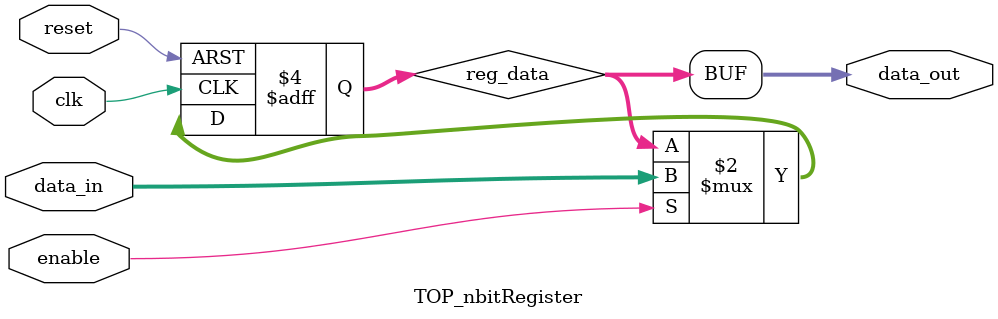
<source format=v>
`timescale 1ns / 1ps


module TOP_nbitRegister #(parameter N = 8) (
    input wire clk,
    input wire reset,
    input wire enable,
    input wire [N-1:0] data_in,
    output wire [N-1:0] data_out
);

    reg [N-1:0] reg_data;

    always @(posedge clk or posedge reset) begin
        if (reset)
            reg_data <= 0;
        else if (enable)
            reg_data <= data_in;
    end

    assign data_out = reg_data;

endmodule

</source>
